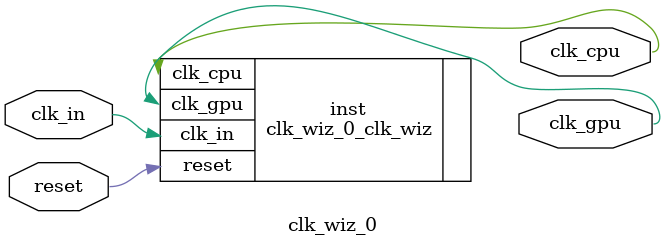
<source format=v>


`timescale 1ps/1ps

(* CORE_GENERATION_INFO = "clk_wiz_0,clk_wiz_v6_0_4_0_0,{component_name=clk_wiz_0,use_phase_alignment=true,use_min_o_jitter=false,use_max_i_jitter=false,use_dyn_phase_shift=false,use_inclk_switchover=false,use_dyn_reconfig=false,enable_axi=0,feedback_source=FDBK_AUTO,PRIMITIVE=MMCM,num_out_clk=2,clkin1_period=10.000,clkin2_period=10.000,use_power_down=false,use_reset=true,use_locked=false,use_inclk_stopped=false,feedback_type=SINGLE,CLOCK_MGR_TYPE=NA,manual_override=false}" *)

module clk_wiz_0 
 (
  // Clock out ports
  output        clk_cpu,
  output        clk_gpu,
  // Status and control signals
  input         reset,
 // Clock in ports
  input         clk_in
 );

  clk_wiz_0_clk_wiz inst
  (
  // Clock out ports  
  .clk_cpu(clk_cpu),
  .clk_gpu(clk_gpu),
  // Status and control signals               
  .reset(reset), 
 // Clock in ports
  .clk_in(clk_in)
  );

endmodule

</source>
